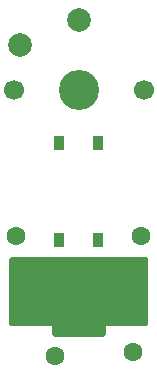
<source format=gbr>
%TF.GenerationSoftware,KiCad,Pcbnew,(5.99.0-11571-g293f207356)*%
%TF.CreationDate,2021-10-16T17:12:02-05:00*%
%TF.ProjectId,kicad-test,6b696361-642d-4746-9573-742e6b696361,rev?*%
%TF.SameCoordinates,Original*%
%TF.FileFunction,Soldermask,Top*%
%TF.FilePolarity,Negative*%
%FSLAX46Y46*%
G04 Gerber Fmt 4.6, Leading zero omitted, Abs format (unit mm)*
G04 Created by KiCad (PCBNEW (5.99.0-11571-g293f207356)) date 2021-10-16 17:12:02*
%MOMM*%
%LPD*%
G01*
G04 APERTURE LIST*
%ADD10O,0.300000X5.800000*%
%ADD11O,2.000000X5.800000*%
%ADD12O,4.500000X1.000000*%
%ADD13O,4.500000X0.300000*%
%ADD14O,11.700000X0.300000*%
%ADD15O,0.300000X1.100000*%
%ADD16O,11.700000X5.800000*%
%ADD17C,1.600000*%
%ADD18R,0.900000X1.200000*%
%ADD19C,3.400000*%
%ADD20C,1.700000*%
%ADD21C,2.000000*%
G04 APERTURE END LIST*
D10*
%TO.C,REF\u002A\u002A*%
X142300000Y-107350000D03*
D11*
X152850000Y-107350000D03*
D12*
X148000000Y-110650000D03*
D11*
X143150000Y-107350000D03*
D13*
X148000000Y-111000000D03*
D14*
X148000000Y-110100000D03*
D15*
X150100000Y-110600000D03*
D10*
X153700000Y-107350000D03*
D15*
X145900000Y-110600000D03*
D14*
X148000000Y-104600000D03*
D16*
X148000000Y-107350000D03*
D17*
X146000000Y-112750000D03*
X152580000Y-112450000D03*
X153300000Y-102600000D03*
X142700000Y-102600000D03*
D18*
X146350000Y-103000000D03*
X149650000Y-103000000D03*
%TD*%
D19*
%TO.C,REF\u002A\u002A*%
X148000000Y-90250000D03*
D20*
X142500000Y-90250000D03*
X153500000Y-90250000D03*
D21*
X148000000Y-84350000D03*
X143000000Y-86450000D03*
D18*
X146350000Y-94750000D03*
X149650000Y-94750000D03*
%TD*%
M02*

</source>
